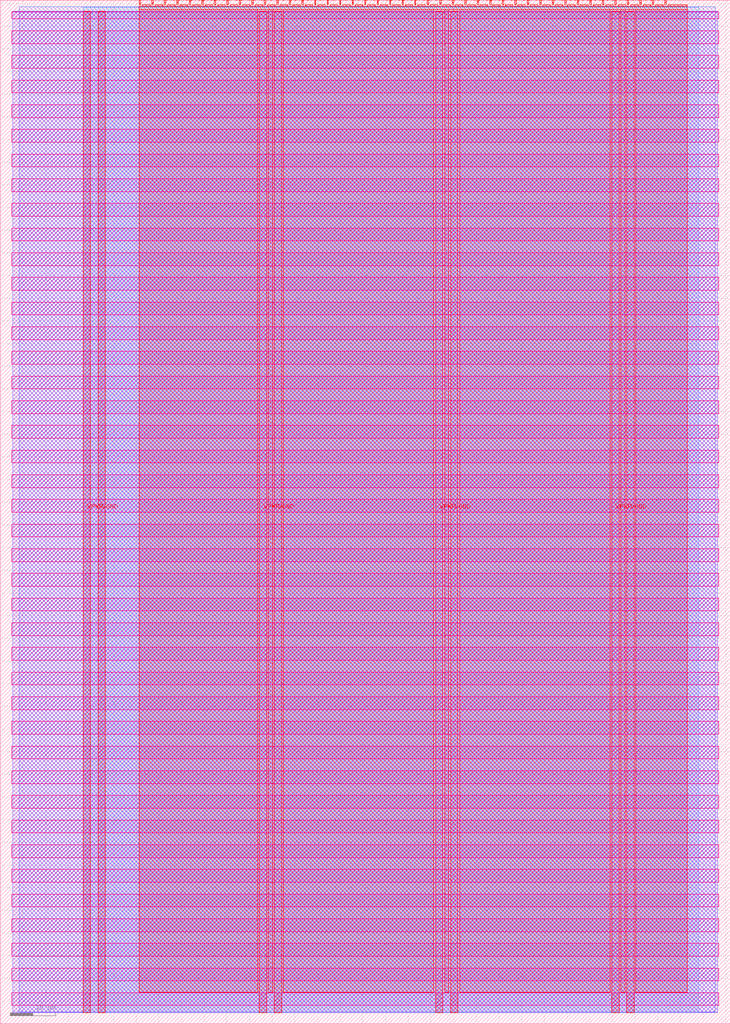
<source format=lef>
VERSION 5.7 ;
  NOWIREEXTENSIONATPIN ON ;
  DIVIDERCHAR "/" ;
  BUSBITCHARS "[]" ;
MACRO tt_um_brandonramos_VGA_Pong_with_NES_Controllers
  CLASS BLOCK ;
  FOREIGN tt_um_brandonramos_VGA_Pong_with_NES_Controllers ;
  ORIGIN 0.000 0.000 ;
  SIZE 161.000 BY 225.760 ;
  PIN VGND
    DIRECTION INOUT ;
    USE GROUND ;
    PORT
      LAYER met4 ;
        RECT 21.580 2.480 23.180 223.280 ;
    END
    PORT
      LAYER met4 ;
        RECT 60.450 2.480 62.050 223.280 ;
    END
    PORT
      LAYER met4 ;
        RECT 99.320 2.480 100.920 223.280 ;
    END
    PORT
      LAYER met4 ;
        RECT 138.190 2.480 139.790 223.280 ;
    END
  END VGND
  PIN VPWR
    DIRECTION INOUT ;
    USE POWER ;
    PORT
      LAYER met4 ;
        RECT 18.280 2.480 19.880 223.280 ;
    END
    PORT
      LAYER met4 ;
        RECT 57.150 2.480 58.750 223.280 ;
    END
    PORT
      LAYER met4 ;
        RECT 96.020 2.480 97.620 223.280 ;
    END
    PORT
      LAYER met4 ;
        RECT 134.890 2.480 136.490 223.280 ;
    END
  END VPWR
  PIN clk
    DIRECTION INPUT ;
    USE SIGNAL ;
    ANTENNAGATEAREA 0.852000 ;
    PORT
      LAYER met4 ;
        RECT 143.830 224.760 144.130 225.760 ;
    END
  END clk
  PIN ena
    DIRECTION INPUT ;
    USE SIGNAL ;
    PORT
      LAYER met4 ;
        RECT 146.590 224.760 146.890 225.760 ;
    END
  END ena
  PIN rst_n
    DIRECTION INPUT ;
    USE SIGNAL ;
    ANTENNAGATEAREA 0.196500 ;
    PORT
      LAYER met4 ;
        RECT 141.070 224.760 141.370 225.760 ;
    END
  END rst_n
  PIN ui_in[0]
    DIRECTION INPUT ;
    USE SIGNAL ;
    PORT
      LAYER met4 ;
        RECT 138.310 224.760 138.610 225.760 ;
    END
  END ui_in[0]
  PIN ui_in[1]
    DIRECTION INPUT ;
    USE SIGNAL ;
    PORT
      LAYER met4 ;
        RECT 135.550 224.760 135.850 225.760 ;
    END
  END ui_in[1]
  PIN ui_in[2]
    DIRECTION INPUT ;
    USE SIGNAL ;
    PORT
      LAYER met4 ;
        RECT 132.790 224.760 133.090 225.760 ;
    END
  END ui_in[2]
  PIN ui_in[3]
    DIRECTION INPUT ;
    USE SIGNAL ;
    PORT
      LAYER met4 ;
        RECT 130.030 224.760 130.330 225.760 ;
    END
  END ui_in[3]
  PIN ui_in[4]
    DIRECTION INPUT ;
    USE SIGNAL ;
    PORT
      LAYER met4 ;
        RECT 127.270 224.760 127.570 225.760 ;
    END
  END ui_in[4]
  PIN ui_in[5]
    DIRECTION INPUT ;
    USE SIGNAL ;
    PORT
      LAYER met4 ;
        RECT 124.510 224.760 124.810 225.760 ;
    END
  END ui_in[5]
  PIN ui_in[6]
    DIRECTION INPUT ;
    USE SIGNAL ;
    PORT
      LAYER met4 ;
        RECT 121.750 224.760 122.050 225.760 ;
    END
  END ui_in[6]
  PIN ui_in[7]
    DIRECTION INPUT ;
    USE SIGNAL ;
    PORT
      LAYER met4 ;
        RECT 118.990 224.760 119.290 225.760 ;
    END
  END ui_in[7]
  PIN uio_in[0]
    DIRECTION INPUT ;
    USE SIGNAL ;
    ANTENNAGATEAREA 0.213000 ;
    PORT
      LAYER met4 ;
        RECT 116.230 224.760 116.530 225.760 ;
    END
  END uio_in[0]
  PIN uio_in[1]
    DIRECTION INPUT ;
    USE SIGNAL ;
    PORT
      LAYER met4 ;
        RECT 113.470 224.760 113.770 225.760 ;
    END
  END uio_in[1]
  PIN uio_in[2]
    DIRECTION INPUT ;
    USE SIGNAL ;
    PORT
      LAYER met4 ;
        RECT 110.710 224.760 111.010 225.760 ;
    END
  END uio_in[2]
  PIN uio_in[3]
    DIRECTION INPUT ;
    USE SIGNAL ;
    ANTENNAGATEAREA 0.196500 ;
    PORT
      LAYER met4 ;
        RECT 107.950 224.760 108.250 225.760 ;
    END
  END uio_in[3]
  PIN uio_in[4]
    DIRECTION INPUT ;
    USE SIGNAL ;
    PORT
      LAYER met4 ;
        RECT 105.190 224.760 105.490 225.760 ;
    END
  END uio_in[4]
  PIN uio_in[5]
    DIRECTION INPUT ;
    USE SIGNAL ;
    PORT
      LAYER met4 ;
        RECT 102.430 224.760 102.730 225.760 ;
    END
  END uio_in[5]
  PIN uio_in[6]
    DIRECTION INPUT ;
    USE SIGNAL ;
    PORT
      LAYER met4 ;
        RECT 99.670 224.760 99.970 225.760 ;
    END
  END uio_in[6]
  PIN uio_in[7]
    DIRECTION INPUT ;
    USE SIGNAL ;
    PORT
      LAYER met4 ;
        RECT 96.910 224.760 97.210 225.760 ;
    END
  END uio_in[7]
  PIN uio_oe[0]
    DIRECTION OUTPUT ;
    USE SIGNAL ;
    ANTENNADIFFAREA 0.445500 ;
    PORT
      LAYER met4 ;
        RECT 49.990 224.760 50.290 225.760 ;
    END
  END uio_oe[0]
  PIN uio_oe[1]
    DIRECTION OUTPUT ;
    USE SIGNAL ;
    ANTENNADIFFAREA 0.445500 ;
    PORT
      LAYER met4 ;
        RECT 47.230 224.760 47.530 225.760 ;
    END
  END uio_oe[1]
  PIN uio_oe[2]
    DIRECTION OUTPUT ;
    USE SIGNAL ;
    ANTENNADIFFAREA 0.445500 ;
    PORT
      LAYER met4 ;
        RECT 44.470 224.760 44.770 225.760 ;
    END
  END uio_oe[2]
  PIN uio_oe[3]
    DIRECTION OUTPUT ;
    USE SIGNAL ;
    ANTENNADIFFAREA 0.445500 ;
    PORT
      LAYER met4 ;
        RECT 41.710 224.760 42.010 225.760 ;
    END
  END uio_oe[3]
  PIN uio_oe[4]
    DIRECTION OUTPUT ;
    USE SIGNAL ;
    ANTENNADIFFAREA 0.445500 ;
    PORT
      LAYER met4 ;
        RECT 38.950 224.760 39.250 225.760 ;
    END
  END uio_oe[4]
  PIN uio_oe[5]
    DIRECTION OUTPUT ;
    USE SIGNAL ;
    ANTENNADIFFAREA 0.445500 ;
    PORT
      LAYER met4 ;
        RECT 36.190 224.760 36.490 225.760 ;
    END
  END uio_oe[5]
  PIN uio_oe[6]
    DIRECTION OUTPUT ;
    USE SIGNAL ;
    ANTENNADIFFAREA 0.445500 ;
    PORT
      LAYER met4 ;
        RECT 33.430 224.760 33.730 225.760 ;
    END
  END uio_oe[6]
  PIN uio_oe[7]
    DIRECTION OUTPUT ;
    USE SIGNAL ;
    ANTENNADIFFAREA 0.445500 ;
    PORT
      LAYER met4 ;
        RECT 30.670 224.760 30.970 225.760 ;
    END
  END uio_oe[7]
  PIN uio_out[0]
    DIRECTION OUTPUT ;
    USE SIGNAL ;
    ANTENNADIFFAREA 0.445500 ;
    PORT
      LAYER met4 ;
        RECT 72.070 224.760 72.370 225.760 ;
    END
  END uio_out[0]
  PIN uio_out[1]
    DIRECTION OUTPUT ;
    USE SIGNAL ;
    ANTENNADIFFAREA 0.795200 ;
    PORT
      LAYER met4 ;
        RECT 69.310 224.760 69.610 225.760 ;
    END
  END uio_out[1]
  PIN uio_out[2]
    DIRECTION OUTPUT ;
    USE SIGNAL ;
    ANTENNADIFFAREA 0.795200 ;
    PORT
      LAYER met4 ;
        RECT 66.550 224.760 66.850 225.760 ;
    END
  END uio_out[2]
  PIN uio_out[3]
    DIRECTION OUTPUT ;
    USE SIGNAL ;
    ANTENNADIFFAREA 0.445500 ;
    PORT
      LAYER met4 ;
        RECT 63.790 224.760 64.090 225.760 ;
    END
  END uio_out[3]
  PIN uio_out[4]
    DIRECTION OUTPUT ;
    USE SIGNAL ;
    ANTENNADIFFAREA 0.445500 ;
    PORT
      LAYER met4 ;
        RECT 61.030 224.760 61.330 225.760 ;
    END
  END uio_out[4]
  PIN uio_out[5]
    DIRECTION OUTPUT ;
    USE SIGNAL ;
    ANTENNADIFFAREA 0.445500 ;
    PORT
      LAYER met4 ;
        RECT 58.270 224.760 58.570 225.760 ;
    END
  END uio_out[5]
  PIN uio_out[6]
    DIRECTION OUTPUT ;
    USE SIGNAL ;
    ANTENNADIFFAREA 0.445500 ;
    PORT
      LAYER met4 ;
        RECT 55.510 224.760 55.810 225.760 ;
    END
  END uio_out[6]
  PIN uio_out[7]
    DIRECTION OUTPUT ;
    USE SIGNAL ;
    ANTENNADIFFAREA 0.445500 ;
    PORT
      LAYER met4 ;
        RECT 52.750 224.760 53.050 225.760 ;
    END
  END uio_out[7]
  PIN uo_out[0]
    DIRECTION OUTPUT ;
    USE SIGNAL ;
    ANTENNADIFFAREA 0.445500 ;
    PORT
      LAYER met4 ;
        RECT 94.150 224.760 94.450 225.760 ;
    END
  END uo_out[0]
  PIN uo_out[1]
    DIRECTION OUTPUT ;
    USE SIGNAL ;
    ANTENNADIFFAREA 0.445500 ;
    PORT
      LAYER met4 ;
        RECT 91.390 224.760 91.690 225.760 ;
    END
  END uo_out[1]
  PIN uo_out[2]
    DIRECTION OUTPUT ;
    USE SIGNAL ;
    ANTENNADIFFAREA 0.445500 ;
    PORT
      LAYER met4 ;
        RECT 88.630 224.760 88.930 225.760 ;
    END
  END uo_out[2]
  PIN uo_out[3]
    DIRECTION OUTPUT ;
    USE SIGNAL ;
    ANTENNADIFFAREA 0.445500 ;
    PORT
      LAYER met4 ;
        RECT 85.870 224.760 86.170 225.760 ;
    END
  END uo_out[3]
  PIN uo_out[4]
    DIRECTION OUTPUT ;
    USE SIGNAL ;
    ANTENNADIFFAREA 0.445500 ;
    PORT
      LAYER met4 ;
        RECT 83.110 224.760 83.410 225.760 ;
    END
  END uo_out[4]
  PIN uo_out[5]
    DIRECTION OUTPUT ;
    USE SIGNAL ;
    ANTENNADIFFAREA 0.445500 ;
    PORT
      LAYER met4 ;
        RECT 80.350 224.760 80.650 225.760 ;
    END
  END uo_out[5]
  PIN uo_out[6]
    DIRECTION OUTPUT ;
    USE SIGNAL ;
    ANTENNADIFFAREA 0.445500 ;
    PORT
      LAYER met4 ;
        RECT 77.590 224.760 77.890 225.760 ;
    END
  END uo_out[6]
  PIN uo_out[7]
    DIRECTION OUTPUT ;
    USE SIGNAL ;
    ANTENNADIFFAREA 0.445500 ;
    PORT
      LAYER met4 ;
        RECT 74.830 224.760 75.130 225.760 ;
    END
  END uo_out[7]
  OBS
      LAYER nwell ;
        RECT 2.570 221.625 158.430 223.230 ;
        RECT 2.570 216.185 158.430 219.015 ;
        RECT 2.570 210.745 158.430 213.575 ;
        RECT 2.570 205.305 158.430 208.135 ;
        RECT 2.570 199.865 158.430 202.695 ;
        RECT 2.570 194.425 158.430 197.255 ;
        RECT 2.570 188.985 158.430 191.815 ;
        RECT 2.570 183.545 158.430 186.375 ;
        RECT 2.570 178.105 158.430 180.935 ;
        RECT 2.570 172.665 158.430 175.495 ;
        RECT 2.570 167.225 158.430 170.055 ;
        RECT 2.570 161.785 158.430 164.615 ;
        RECT 2.570 156.345 158.430 159.175 ;
        RECT 2.570 150.905 158.430 153.735 ;
        RECT 2.570 145.465 158.430 148.295 ;
        RECT 2.570 140.025 158.430 142.855 ;
        RECT 2.570 134.585 158.430 137.415 ;
        RECT 2.570 129.145 158.430 131.975 ;
        RECT 2.570 123.705 158.430 126.535 ;
        RECT 2.570 118.265 158.430 121.095 ;
        RECT 2.570 112.825 158.430 115.655 ;
        RECT 2.570 107.385 158.430 110.215 ;
        RECT 2.570 101.945 158.430 104.775 ;
        RECT 2.570 96.505 158.430 99.335 ;
        RECT 2.570 91.065 158.430 93.895 ;
        RECT 2.570 85.625 158.430 88.455 ;
        RECT 2.570 80.185 158.430 83.015 ;
        RECT 2.570 74.745 158.430 77.575 ;
        RECT 2.570 69.305 158.430 72.135 ;
        RECT 2.570 63.865 158.430 66.695 ;
        RECT 2.570 58.425 158.430 61.255 ;
        RECT 2.570 52.985 158.430 55.815 ;
        RECT 2.570 47.545 158.430 50.375 ;
        RECT 2.570 42.105 158.430 44.935 ;
        RECT 2.570 36.665 158.430 39.495 ;
        RECT 2.570 31.225 158.430 34.055 ;
        RECT 2.570 25.785 158.430 28.615 ;
        RECT 2.570 20.345 158.430 23.175 ;
        RECT 2.570 14.905 158.430 17.735 ;
        RECT 2.570 9.465 158.430 12.295 ;
        RECT 2.570 4.025 158.430 6.855 ;
      LAYER li1 ;
        RECT 2.760 2.635 158.240 223.125 ;
      LAYER met1 ;
        RECT 2.760 2.480 158.240 223.280 ;
      LAYER met2 ;
        RECT 4.240 2.535 157.680 224.245 ;
      LAYER met3 ;
        RECT 18.290 2.555 154.035 224.225 ;
      LAYER met4 ;
        RECT 31.370 224.360 33.030 224.760 ;
        RECT 34.130 224.360 35.790 224.760 ;
        RECT 36.890 224.360 38.550 224.760 ;
        RECT 39.650 224.360 41.310 224.760 ;
        RECT 42.410 224.360 44.070 224.760 ;
        RECT 45.170 224.360 46.830 224.760 ;
        RECT 47.930 224.360 49.590 224.760 ;
        RECT 50.690 224.360 52.350 224.760 ;
        RECT 53.450 224.360 55.110 224.760 ;
        RECT 56.210 224.360 57.870 224.760 ;
        RECT 58.970 224.360 60.630 224.760 ;
        RECT 61.730 224.360 63.390 224.760 ;
        RECT 64.490 224.360 66.150 224.760 ;
        RECT 67.250 224.360 68.910 224.760 ;
        RECT 70.010 224.360 71.670 224.760 ;
        RECT 72.770 224.360 74.430 224.760 ;
        RECT 75.530 224.360 77.190 224.760 ;
        RECT 78.290 224.360 79.950 224.760 ;
        RECT 81.050 224.360 82.710 224.760 ;
        RECT 83.810 224.360 85.470 224.760 ;
        RECT 86.570 224.360 88.230 224.760 ;
        RECT 89.330 224.360 90.990 224.760 ;
        RECT 92.090 224.360 93.750 224.760 ;
        RECT 94.850 224.360 96.510 224.760 ;
        RECT 97.610 224.360 99.270 224.760 ;
        RECT 100.370 224.360 102.030 224.760 ;
        RECT 103.130 224.360 104.790 224.760 ;
        RECT 105.890 224.360 107.550 224.760 ;
        RECT 108.650 224.360 110.310 224.760 ;
        RECT 111.410 224.360 113.070 224.760 ;
        RECT 114.170 224.360 115.830 224.760 ;
        RECT 116.930 224.360 118.590 224.760 ;
        RECT 119.690 224.360 121.350 224.760 ;
        RECT 122.450 224.360 124.110 224.760 ;
        RECT 125.210 224.360 126.870 224.760 ;
        RECT 127.970 224.360 129.630 224.760 ;
        RECT 130.730 224.360 132.390 224.760 ;
        RECT 133.490 224.360 135.150 224.760 ;
        RECT 136.250 224.360 137.910 224.760 ;
        RECT 139.010 224.360 140.670 224.760 ;
        RECT 141.770 224.360 143.430 224.760 ;
        RECT 144.530 224.360 146.190 224.760 ;
        RECT 147.290 224.360 151.505 224.760 ;
        RECT 30.655 223.680 151.505 224.360 ;
        RECT 30.655 6.975 56.750 223.680 ;
        RECT 59.150 6.975 60.050 223.680 ;
        RECT 62.450 6.975 95.620 223.680 ;
        RECT 98.020 6.975 98.920 223.680 ;
        RECT 101.320 6.975 134.490 223.680 ;
        RECT 136.890 6.975 137.790 223.680 ;
        RECT 140.190 6.975 151.505 223.680 ;
  END
END tt_um_brandonramos_VGA_Pong_with_NES_Controllers
END LIBRARY


</source>
